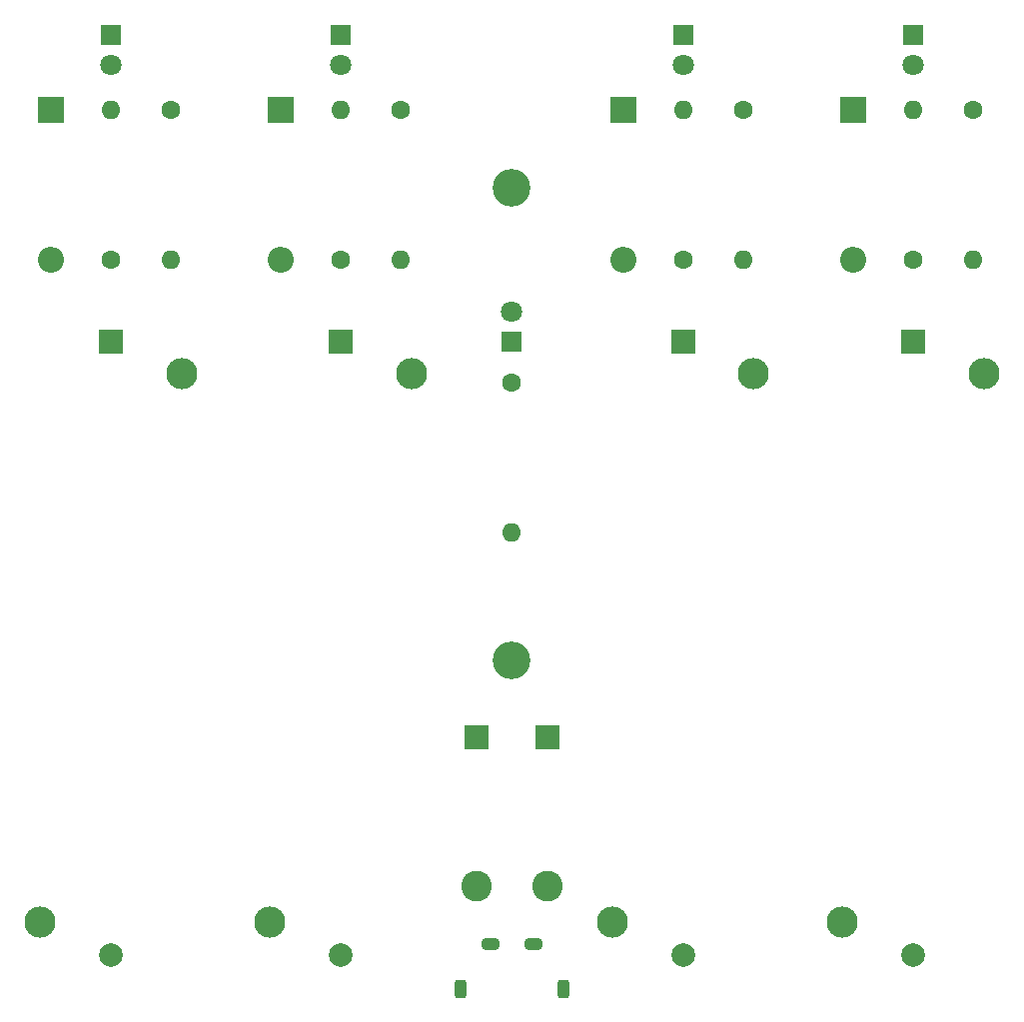
<source format=gbs>
%TF.GenerationSoftware,KiCad,Pcbnew,(6.0.2)*%
%TF.CreationDate,2022-03-25T11:37:34+00:00*%
%TF.ProjectId,nimh-charger,6e696d68-2d63-4686-9172-6765722e6b69,rev?*%
%TF.SameCoordinates,Original*%
%TF.FileFunction,Soldermask,Bot*%
%TF.FilePolarity,Negative*%
%FSLAX46Y46*%
G04 Gerber Fmt 4.6, Leading zero omitted, Abs format (unit mm)*
G04 Created by KiCad (PCBNEW (6.0.2)) date 2022-03-25 11:37:34*
%MOMM*%
%LPD*%
G01*
G04 APERTURE LIST*
G04 Aperture macros list*
%AMRoundRect*
0 Rectangle with rounded corners*
0 $1 Rounding radius*
0 $2 $3 $4 $5 $6 $7 $8 $9 X,Y pos of 4 corners*
0 Add a 4 corners polygon primitive as box body*
4,1,4,$2,$3,$4,$5,$6,$7,$8,$9,$2,$3,0*
0 Add four circle primitives for the rounded corners*
1,1,$1+$1,$2,$3*
1,1,$1+$1,$4,$5*
1,1,$1+$1,$6,$7*
1,1,$1+$1,$8,$9*
0 Add four rect primitives between the rounded corners*
20,1,$1+$1,$2,$3,$4,$5,0*
20,1,$1+$1,$4,$5,$6,$7,0*
20,1,$1+$1,$6,$7,$8,$9,0*
20,1,$1+$1,$8,$9,$2,$3,0*%
G04 Aperture macros list end*
%ADD10C,2.600000*%
%ADD11RoundRect,0.250001X0.799999X0.799999X-0.799999X0.799999X-0.799999X-0.799999X0.799999X-0.799999X0*%
%ADD12C,1.600000*%
%ADD13O,1.600000X1.600000*%
%ADD14C,3.200000*%
%ADD15R,1.800000X1.800000*%
%ADD16C,1.800000*%
%ADD17RoundRect,0.237500X-0.492500X-0.237500X0.492500X-0.237500X0.492500X0.237500X-0.492500X0.237500X0*%
%ADD18RoundRect,0.250000X-0.250000X-0.520000X0.250000X-0.520000X0.250000X0.520000X-0.250000X0.520000X0*%
%ADD19R,2.200000X2.200000*%
%ADD20O,2.200000X2.200000*%
%ADD21C,2.640000*%
%ADD22R,2.000000X2.000000*%
%ADD23C,2.000000*%
G04 APERTURE END LIST*
D10*
%TO.C,TP2*%
X98000000Y-139175000D03*
D11*
X98000000Y-126575000D03*
%TD*%
D10*
%TO.C,TP1*%
X92000000Y-139175000D03*
D11*
X92000000Y-126575000D03*
%TD*%
D12*
%TO.C,R9*%
X134080000Y-73350000D03*
D13*
X134080000Y-86050000D03*
%TD*%
D12*
%TO.C,R8*%
X114580000Y-73350000D03*
D13*
X114580000Y-86050000D03*
%TD*%
D12*
%TO.C,R7*%
X85580000Y-73350000D03*
D13*
X85580000Y-86050000D03*
%TD*%
D12*
%TO.C,R6*%
X66080000Y-73350000D03*
D13*
X66080000Y-86050000D03*
%TD*%
D12*
%TO.C,R5*%
X129000000Y-86050000D03*
D13*
X129000000Y-73350000D03*
%TD*%
D12*
%TO.C,R4*%
X109500000Y-86050000D03*
D13*
X109500000Y-73350000D03*
%TD*%
D12*
%TO.C,R3*%
X80500000Y-86050000D03*
D13*
X80500000Y-73350000D03*
%TD*%
D12*
%TO.C,R2*%
X61000000Y-86050000D03*
D13*
X61000000Y-73350000D03*
%TD*%
D12*
%TO.C,R1*%
X95000000Y-96500000D03*
D13*
X95000000Y-109200000D03*
%TD*%
D14*
%TO.C,H1*%
X95000000Y-120000000D03*
%TD*%
D15*
%TO.C,D9*%
X129000000Y-67000000D03*
D16*
X129000000Y-69540000D03*
%TD*%
D17*
%TO.C,J1*%
X93200000Y-144057500D03*
X96800000Y-144057500D03*
D18*
X90625000Y-147837500D03*
X99375000Y-147837500D03*
%TD*%
D19*
%TO.C,D5*%
X123920000Y-73350000D03*
D20*
X123920000Y-86050000D03*
%TD*%
D19*
%TO.C,D3*%
X75420000Y-73350000D03*
D20*
X75420000Y-86050000D03*
%TD*%
D15*
%TO.C,D6*%
X61000000Y-67000000D03*
D16*
X61000000Y-69540000D03*
%TD*%
D21*
%TO.C,BT1*%
X66995000Y-95750000D03*
X55005000Y-142230000D03*
D22*
X61000000Y-93000000D03*
D23*
X61000000Y-144990000D03*
%TD*%
D21*
%TO.C,BT4*%
X123005000Y-142230000D03*
X134995000Y-95750000D03*
D22*
X129000000Y-93000000D03*
D23*
X129000000Y-144990000D03*
%TD*%
D15*
%TO.C,D1*%
X95000000Y-93000000D03*
D16*
X95000000Y-90460000D03*
%TD*%
D19*
%TO.C,D4*%
X104420000Y-73350000D03*
D20*
X104420000Y-86050000D03*
%TD*%
D15*
%TO.C,D7*%
X80500000Y-67000000D03*
D16*
X80500000Y-69540000D03*
%TD*%
D14*
%TO.C,H2*%
X95000000Y-80000000D03*
%TD*%
D21*
%TO.C,BT3*%
X103505000Y-142230000D03*
X115495000Y-95750000D03*
D22*
X109500000Y-93000000D03*
D23*
X109500000Y-144990000D03*
%TD*%
D21*
%TO.C,BT2*%
X74505000Y-142230000D03*
X86495000Y-95750000D03*
D22*
X80500000Y-93000000D03*
D23*
X80500000Y-144990000D03*
%TD*%
D19*
%TO.C,D2*%
X55920000Y-73350000D03*
D20*
X55920000Y-86050000D03*
%TD*%
D15*
%TO.C,D8*%
X109500000Y-67000000D03*
D16*
X109500000Y-69540000D03*
%TD*%
M02*

</source>
